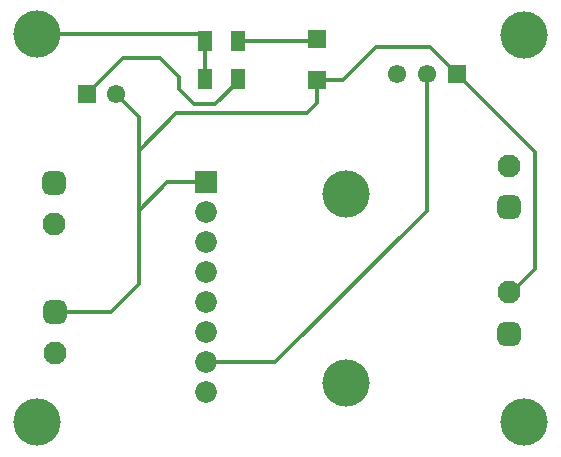
<source format=gtl>
G04*
G04 #@! TF.GenerationSoftware,Altium Limited,Altium Designer,23.10.1 (27)*
G04*
G04 Layer_Physical_Order=1*
G04 Layer_Color=255*
%FSLAX44Y44*%
%MOMM*%
G71*
G04*
G04 #@! TF.SameCoordinates,1345ED2D-9207-4A2D-A8D2-642164562389*
G04*
G04*
G04 #@! TF.FilePolarity,Positive*
G04*
G01*
G75*
%ADD14R,1.5000X1.5000*%
%ADD15R,1.2557X1.7582*%
%ADD17C,1.5500*%
%ADD18R,1.5500X1.5500*%
%ADD19C,1.8400*%
%ADD20R,1.8400X1.8400*%
%ADD23C,0.3200*%
%ADD24C,4.0000*%
G04:AMPARAMS|DCode=25|XSize=1.95mm|YSize=1.95mm|CornerRadius=0.4875mm|HoleSize=0mm|Usage=FLASHONLY|Rotation=90.000|XOffset=0mm|YOffset=0mm|HoleType=Round|Shape=RoundedRectangle|*
%AMROUNDEDRECTD25*
21,1,1.9500,0.9750,0,0,90.0*
21,1,0.9750,1.9500,0,0,90.0*
1,1,0.9750,0.4875,0.4875*
1,1,0.9750,0.4875,-0.4875*
1,1,0.9750,-0.4875,-0.4875*
1,1,0.9750,-0.4875,0.4875*
%
%ADD25ROUNDEDRECTD25*%
%ADD26C,1.9500*%
D14*
X500380Y561620D02*
D03*
Y596620D02*
D03*
D15*
X433070Y562610D02*
D03*
X405045D02*
D03*
X433112Y594360D02*
D03*
X405088D02*
D03*
D17*
X567690Y566420D02*
D03*
X593090D02*
D03*
X330000Y550080D02*
D03*
D18*
X618490Y566420D02*
D03*
X305000Y550080D02*
D03*
D19*
X406400Y297180D02*
D03*
Y322580D02*
D03*
Y347980D02*
D03*
Y373380D02*
D03*
Y398780D02*
D03*
Y424180D02*
D03*
Y449580D02*
D03*
D20*
Y474980D02*
D03*
D23*
X593090Y450850D02*
Y566420D01*
X464820Y322580D02*
X593090Y450850D01*
X406400Y322580D02*
X464820D01*
X664733Y381990D02*
X684530Y401787D01*
Y500380D01*
X662130Y381990D02*
X664733D01*
X618490Y566420D02*
X684530Y500380D01*
X396240Y541020D02*
X413992D01*
X433070Y560098D01*
Y562610D01*
X383540Y553720D02*
X396240Y541020D01*
X367030Y580390D02*
X383540Y563880D01*
Y553720D02*
Y563880D01*
X335310Y580390D02*
X367030D01*
X305000Y550080D02*
X335310Y580390D01*
X405045Y562610D02*
Y594318D01*
X405088Y594360D01*
Y596031D01*
X262890Y600710D02*
X400409D01*
X405088Y596031D01*
X498120Y594360D02*
X500380Y596620D01*
X433112Y594360D02*
X498120D01*
X595630Y589280D02*
X618490Y566420D01*
X549910Y589280D02*
X595630D01*
X500380Y561620D02*
X522250D01*
X549910Y589280D01*
X349250Y501650D02*
Y530830D01*
Y450850D02*
Y501650D01*
X381000Y533400D01*
X491490D01*
X500380Y542290D01*
Y561620D01*
X330000Y550080D02*
X349250Y530830D01*
Y450850D02*
X373380Y474980D01*
X406400D01*
X349250Y388620D02*
Y450850D01*
X325830Y365200D02*
X349250Y388620D01*
X278130Y365200D02*
X325830D01*
D24*
X524510Y304800D02*
D03*
Y464820D02*
D03*
X675640Y271780D02*
D03*
Y599440D02*
D03*
X262890Y271780D02*
D03*
Y600710D02*
D03*
D25*
X662940Y453950D02*
D03*
X277670Y474700D02*
D03*
X662130Y346990D02*
D03*
X278130Y365200D02*
D03*
D26*
X662940Y488950D02*
D03*
X277670Y439700D02*
D03*
X662130Y381990D02*
D03*
X278130Y330200D02*
D03*
M02*

</source>
